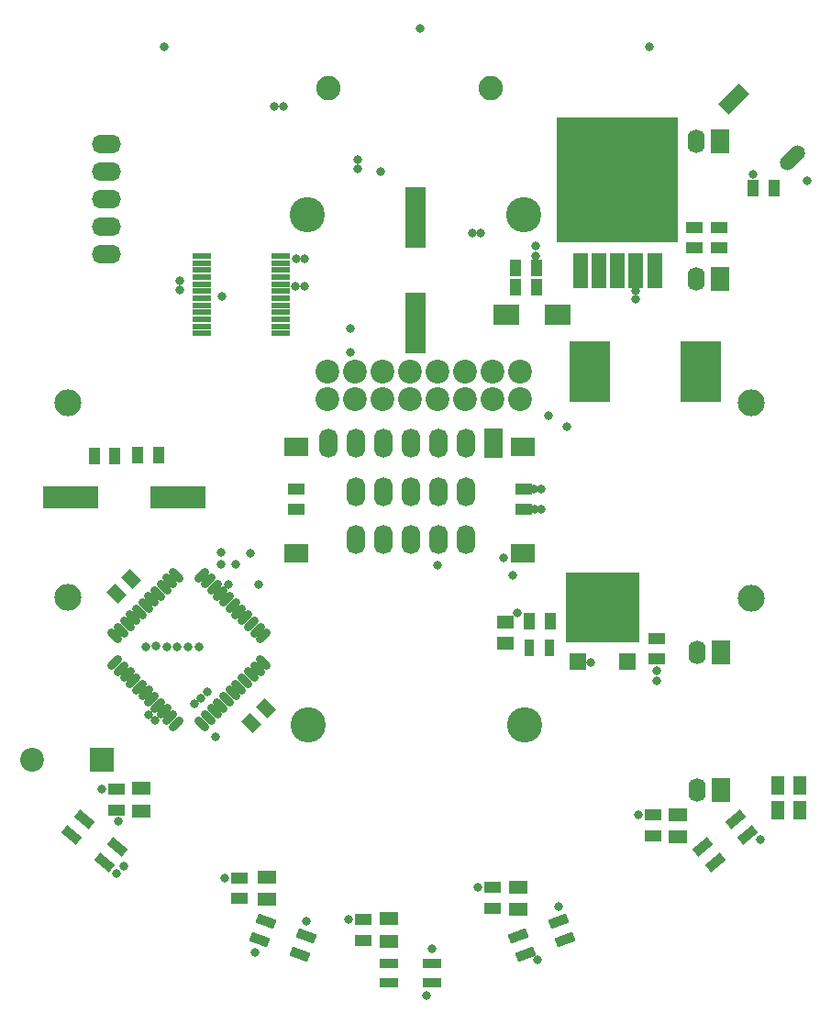
<source format=gbs>
G04*
G04 #@! TF.GenerationSoftware,Altium Limited,Altium Designer,19.0.15 (446)*
G04*
G04 Layer_Color=16711935*
%FSLAX44Y44*%
%MOMM*%
G71*
G01*
G75*
%ADD25R,0.9000X1.5000*%
%ADD32R,1.5800X1.1200*%
%ADD33R,1.1000X1.5000*%
%ADD34C,3.2500*%
%ADD35O,1.6000X2.2000*%
%ADD36R,1.7000X2.2000*%
%ADD37C,2.2500*%
%ADD38R,2.2000X1.8000*%
%ADD39C,2.4860*%
%ADD40O,1.7000X2.7000*%
%ADD41R,1.7000X2.7000*%
%ADD42O,2.7000X1.7000*%
%ADD43R,2.2000X2.2000*%
%ADD44C,2.2000*%
G04:AMPARAMS|DCode=45|XSize=2.7mm|YSize=1.4mm|CornerRadius=0mm|HoleSize=0mm|Usage=FLASHONLY|Rotation=45.000|XOffset=0mm|YOffset=0mm|HoleType=Round|Shape=Round|*
%AMOVALD45*
21,1,1.3000,1.4000,0.0000,0.0000,45.0*
1,1,1.4000,-0.4596,-0.4596*
1,1,1.4000,0.4596,0.4596*
%
%ADD45OVALD45*%

G04:AMPARAMS|DCode=46|XSize=2.7mm|YSize=1.4mm|CornerRadius=0mm|HoleSize=0mm|Usage=FLASHONLY|Rotation=45.000|XOffset=0mm|YOffset=0mm|HoleType=Round|Shape=Rectangle|*
%AMROTATEDRECTD46*
4,1,4,-0.4596,-1.4496,-1.4496,-0.4596,0.4596,1.4496,1.4496,0.4596,-0.4596,-1.4496,0.0*
%
%ADD46ROTATEDRECTD46*%

%ADD47C,0.8000*%
%ADD63R,1.5000X1.5000*%
%ADD64R,6.8326X6.5000*%
%ADD65R,1.8970X5.7038*%
%ADD85R,1.1200X1.5800*%
%ADD86R,1.5000X1.1000*%
%ADD87R,1.5500X1.2000*%
G04:AMPARAMS|DCode=88|XSize=1.1mm|YSize=1.5mm|CornerRadius=0mm|HoleSize=0mm|Usage=FLASHONLY|Rotation=225.000|XOffset=0mm|YOffset=0mm|HoleType=Round|Shape=Rectangle|*
%AMROTATEDRECTD88*
4,1,4,-0.1414,0.9192,0.9192,-0.1414,0.1414,-0.9192,-0.9192,0.1414,-0.1414,0.9192,0.0*
%
%ADD88ROTATEDRECTD88*%

%ADD89R,2.3500X1.9000*%
%ADD90R,3.7000X5.6000*%
%ADD91R,11.2000X11.5000*%
%ADD92R,1.4500X3.2000*%
%ADD93R,5.1500X2.1500*%
G04:AMPARAMS|DCode=94|XSize=0.89mm|YSize=1.77mm|CornerRadius=0mm|HoleSize=0mm|Usage=FLASHONLY|Rotation=110.000|XOffset=0mm|YOffset=0mm|HoleType=Round|Shape=Rectangle|*
%AMROTATEDRECTD94*
4,1,4,0.9838,-0.1155,-0.6794,-0.7209,-0.9838,0.1155,0.6794,0.7209,0.9838,-0.1155,0.0*
%
%ADD94ROTATEDRECTD94*%

G04:AMPARAMS|DCode=95|XSize=0.89mm|YSize=1.77mm|CornerRadius=0mm|HoleSize=0mm|Usage=FLASHONLY|Rotation=130.000|XOffset=0mm|YOffset=0mm|HoleType=Round|Shape=Rectangle|*
%AMROTATEDRECTD95*
4,1,4,0.9640,0.2280,-0.3919,-0.9098,-0.9640,-0.2280,0.3919,0.9098,0.9640,0.2280,0.0*
%
%ADD95ROTATEDRECTD95*%

G04:AMPARAMS|DCode=96|XSize=0.75mm|YSize=1.6mm|CornerRadius=0mm|HoleSize=0mm|Usage=FLASHONLY|Rotation=45.000|XOffset=0mm|YOffset=0mm|HoleType=Round|Shape=Round|*
%AMOVALD96*
21,1,0.8500,0.7500,0.0000,0.0000,135.0*
1,1,0.7500,0.3005,-0.3005*
1,1,0.7500,-0.3005,0.3005*
%
%ADD96OVALD96*%

G04:AMPARAMS|DCode=97|XSize=0.75mm|YSize=1.6mm|CornerRadius=0mm|HoleSize=0mm|Usage=FLASHONLY|Rotation=135.000|XOffset=0mm|YOffset=0mm|HoleType=Round|Shape=Round|*
%AMOVALD97*
21,1,0.8500,0.7500,0.0000,0.0000,225.0*
1,1,0.7500,0.3005,0.3005*
1,1,0.7500,-0.3005,-0.3005*
%
%ADD97OVALD97*%

G04:AMPARAMS|DCode=98|XSize=0.89mm|YSize=1.77mm|CornerRadius=0mm|HoleSize=0mm|Usage=FLASHONLY|Rotation=50.000|XOffset=0mm|YOffset=0mm|HoleType=Round|Shape=Rectangle|*
%AMROTATEDRECTD98*
4,1,4,0.3919,-0.9098,-0.9640,0.2280,-0.3919,0.9098,0.9640,-0.2280,0.3919,-0.9098,0.0*
%
%ADD98ROTATEDRECTD98*%

%ADD99R,1.7500X1.2000*%
G04:AMPARAMS|DCode=100|XSize=0.89mm|YSize=1.77mm|CornerRadius=0mm|HoleSize=0mm|Usage=FLASHONLY|Rotation=70.000|XOffset=0mm|YOffset=0mm|HoleType=Round|Shape=Rectangle|*
%AMROTATEDRECTD100*
4,1,4,0.6794,-0.7209,-0.9838,-0.1155,-0.6794,0.7209,0.9838,0.1155,0.6794,-0.7209,0.0*
%
%ADD100ROTATEDRECTD100*%

%ADD101R,1.7700X0.8900*%
%ADD102R,1.7000X0.6000*%
%ADD103R,1.2000X1.7500*%
D25*
X1981150Y-33274D02*
D03*
X1962150D02*
D03*
D32*
X2114414Y335382D02*
D03*
Y354482D02*
D03*
D33*
X1962404Y-8890D02*
D03*
X1981404D02*
D03*
X2169058Y390398D02*
D03*
X2188058D02*
D03*
X1579830Y143510D02*
D03*
X1560830D02*
D03*
X1600708Y143764D02*
D03*
X1619708D02*
D03*
D34*
X1758534Y-105096D02*
D03*
X1958284D02*
D03*
X1957370Y366328D02*
D03*
X1757620D02*
D03*
D35*
X2116836Y-164592D02*
D03*
Y-37846D02*
D03*
X2115922Y433578D02*
D03*
Y306832D02*
D03*
D36*
X2139534Y-37746D02*
D03*
Y-164646D02*
D03*
X2138620Y306778D02*
D03*
Y433678D02*
D03*
D37*
X1926560Y482553D02*
D03*
X1776560D02*
D03*
D38*
X1956508Y151722D02*
D03*
Y53170D02*
D03*
X1747320Y152062D02*
D03*
Y53510D02*
D03*
D39*
X2167382Y192446D02*
D03*
X2167382Y12446D02*
D03*
X1536446Y192786D02*
D03*
X1536446Y12786D02*
D03*
D40*
X1776672Y155194D02*
D03*
X1802072D02*
D03*
X1827472D02*
D03*
X1852872D02*
D03*
X1878272D02*
D03*
X1903672D02*
D03*
X1802072Y66040D02*
D03*
X1827472D02*
D03*
X1852872D02*
D03*
X1878272D02*
D03*
X1903672D02*
D03*
X1802072Y109982D02*
D03*
X1827472D02*
D03*
X1852872D02*
D03*
X1878272D02*
D03*
X1903672D02*
D03*
D41*
X1929072Y155194D02*
D03*
D42*
X1571752Y329946D02*
D03*
Y355346D02*
D03*
Y380746D02*
D03*
Y406146D02*
D03*
Y431546D02*
D03*
D43*
X1567942Y-136906D02*
D03*
D44*
X1502918D02*
D03*
X1775816Y196088D02*
D03*
X1801216D02*
D03*
X1826616D02*
D03*
X1852016D02*
D03*
X1877416D02*
D03*
X1902816D02*
D03*
X1928216D02*
D03*
X1953616D02*
D03*
X1775816Y221488D02*
D03*
X1801216D02*
D03*
X1826616D02*
D03*
X1852016D02*
D03*
X1877416D02*
D03*
X1902816D02*
D03*
X1928216D02*
D03*
X1953616D02*
D03*
D45*
X2204991Y418829D02*
D03*
D46*
X2151109Y472711D02*
D03*
D47*
X1677924Y43180D02*
D03*
Y54102D02*
D03*
X1691132Y43180D02*
D03*
X1704848Y53848D02*
D03*
X1582500Y-194000D02*
D03*
X2009000Y-47498D02*
D03*
X2168902Y393881D02*
D03*
X1639316Y305000D02*
D03*
X1735000Y466000D02*
D03*
X1803654Y408000D02*
D03*
X1588000Y-235000D02*
D03*
X1917000Y348742D02*
D03*
X2080262Y-64043D02*
D03*
X1726492Y466000D02*
D03*
X2168902Y403000D02*
D03*
X1966808Y113096D02*
D03*
X1973000Y113000D02*
D03*
X1966904Y94096D02*
D03*
X1973000Y94234D02*
D03*
X1754904Y299816D02*
D03*
Y325096D02*
D03*
X2060786Y288000D02*
D03*
Y296000D02*
D03*
X1968500Y328000D02*
D03*
Y337000D02*
D03*
X1747320Y325096D02*
D03*
X1746000Y299720D02*
D03*
X1678178Y291000D02*
D03*
X1617218Y-32258D02*
D03*
X1608328Y-32666D02*
D03*
X1861262Y537972D02*
D03*
X1946910Y33274D02*
D03*
X1877822Y42672D02*
D03*
X2080262Y-55116D02*
D03*
X1647190Y-32766D02*
D03*
X1657350Y-32666D02*
D03*
X1637030Y-32512D02*
D03*
X1803654Y417000D02*
D03*
X1796796Y239268D02*
D03*
X1951482Y-1270D02*
D03*
X1938528Y49022D02*
D03*
X1639316Y296164D02*
D03*
X1989417Y-272620D02*
D03*
X1872426Y-311090D02*
D03*
X1756711Y-286130D02*
D03*
X1681124Y-245824D02*
D03*
X2062632Y-187858D02*
D03*
X1914859Y-254968D02*
D03*
X1795424Y-284432D02*
D03*
X1567332Y-164236D02*
D03*
X1824736Y406146D02*
D03*
X1581290Y-242316D02*
D03*
X2018792Y-47498D02*
D03*
X1909318Y348742D02*
D03*
X2175418Y-210814D02*
D03*
X1969961Y-321489D02*
D03*
X1867455Y-354262D02*
D03*
X1708658Y-314706D02*
D03*
X1996694Y170434D02*
D03*
X1797304Y261366D02*
D03*
X1627632Y-32666D02*
D03*
X1610799Y-95181D02*
D03*
X1653402Y-85482D02*
D03*
X1616456Y-100838D02*
D03*
X1659059Y-79825D02*
D03*
X1672708Y-116144D02*
D03*
X1664716Y-74168D02*
D03*
X1979930Y180848D02*
D03*
X1712722Y24384D02*
D03*
X1684528D02*
D03*
X2073148Y520551D02*
D03*
X1624838Y521155D02*
D03*
X2218690Y397510D02*
D03*
D63*
X2006702Y-46736D02*
D03*
X2052422D02*
D03*
D64*
X2029816Y3302D02*
D03*
D65*
X1857096Y363164D02*
D03*
Y266248D02*
D03*
D85*
X1968754Y299466D02*
D03*
X1949654D02*
D03*
Y316992D02*
D03*
X1968754D02*
D03*
D86*
X2080262Y-44144D02*
D03*
Y-25144D02*
D03*
X2137612Y354278D02*
D03*
Y335278D02*
D03*
X1580998Y-183236D02*
D03*
Y-164236D02*
D03*
X1694790Y-264824D02*
D03*
Y-245824D02*
D03*
X1809090Y-303432D02*
D03*
Y-284432D02*
D03*
X1928525Y-273968D02*
D03*
X1928525Y-254968D02*
D03*
X1956816Y94132D02*
D03*
Y113132D02*
D03*
X2076298Y-206858D02*
D03*
Y-187858D02*
D03*
X1746866Y94132D02*
D03*
Y113132D02*
D03*
D87*
X1939900Y-29812D02*
D03*
Y-9812D02*
D03*
D88*
X1594725Y29832D02*
D03*
X1581290Y16396D02*
D03*
X1719440Y-89549D02*
D03*
X1706004Y-102984D02*
D03*
D89*
X1988796Y273812D02*
D03*
X1941296D02*
D03*
D90*
X2120838Y221488D02*
D03*
X2017838D02*
D03*
D91*
X2043786Y398526D02*
D03*
D92*
X2009786Y314526D02*
D03*
X2026786D02*
D03*
X2043786D02*
D03*
X2060786D02*
D03*
X2077786D02*
D03*
D93*
X1539118Y105156D02*
D03*
X1638118D02*
D03*
D94*
X1989417Y-286286D02*
D03*
X1995573Y-303200D02*
D03*
X1952299Y-299796D02*
D03*
X1958455Y-316710D02*
D03*
D95*
X2152342Y-192247D02*
D03*
X2163912Y-206035D02*
D03*
X2122083Y-217637D02*
D03*
X2133654Y-231425D02*
D03*
D96*
X1671541Y-92328D02*
D03*
X1716795Y-47073D02*
D03*
X1711138Y-52730D02*
D03*
X1705482Y-58387D02*
D03*
X1699825Y-64043D02*
D03*
X1694168Y-69700D02*
D03*
X1688511Y-75357D02*
D03*
X1682854Y-81014D02*
D03*
X1677197Y-86671D02*
D03*
X1665884Y-97985D02*
D03*
X1660227Y-103641D02*
D03*
X1579617Y-23031D02*
D03*
X1585273Y-17374D02*
D03*
X1590930Y-11717D02*
D03*
X1596587Y-6061D02*
D03*
X1602244Y-404D02*
D03*
X1607901Y5253D02*
D03*
X1613558Y10910D02*
D03*
X1619215Y16567D02*
D03*
X1624872Y22224D02*
D03*
X1630528Y27880D02*
D03*
X1636185Y33537D02*
D03*
D97*
Y-103641D02*
D03*
X1630528Y-97985D02*
D03*
X1624872Y-92328D02*
D03*
X1619215Y-86671D02*
D03*
X1613558Y-81014D02*
D03*
X1607901Y-75357D02*
D03*
X1602244Y-69700D02*
D03*
X1596587Y-64043D02*
D03*
X1590930Y-58387D02*
D03*
X1585273Y-52730D02*
D03*
X1579617Y-47073D02*
D03*
X1660227Y33537D02*
D03*
X1665884Y27880D02*
D03*
X1671541Y22224D02*
D03*
X1677197Y16567D02*
D03*
X1682854Y10910D02*
D03*
X1688511Y5253D02*
D03*
X1694168Y-404D02*
D03*
X1699825Y-6061D02*
D03*
X1705482Y-11717D02*
D03*
X1711138Y-17374D02*
D03*
X1716795Y-23031D02*
D03*
D98*
X1581745Y-217637D02*
D03*
X1570174Y-231425D02*
D03*
X1551486Y-192247D02*
D03*
X1539916Y-206035D02*
D03*
D99*
X1604366Y-183986D02*
D03*
Y-163486D02*
D03*
X1719682Y-265574D02*
D03*
Y-245074D02*
D03*
X1832966Y-304182D02*
D03*
Y-283682D02*
D03*
X1952401Y-274718D02*
D03*
X1952401Y-254218D02*
D03*
X2099666Y-207862D02*
D03*
Y-187362D02*
D03*
D100*
X1756711Y-299796D02*
D03*
X1750555Y-316710D02*
D03*
X1719593Y-286286D02*
D03*
X1713437Y-303200D02*
D03*
D101*
X1872426Y-324756D02*
D03*
Y-342756D02*
D03*
X1832926Y-324756D02*
D03*
Y-342756D02*
D03*
D102*
X1732818Y327850D02*
D03*
Y321350D02*
D03*
Y314850D02*
D03*
Y308350D02*
D03*
Y301850D02*
D03*
Y295350D02*
D03*
Y288850D02*
D03*
Y282350D02*
D03*
Y275850D02*
D03*
Y269350D02*
D03*
Y262850D02*
D03*
Y256350D02*
D03*
X1660318Y269350D02*
D03*
Y275850D02*
D03*
Y282350D02*
D03*
Y288850D02*
D03*
Y295350D02*
D03*
Y301850D02*
D03*
Y308350D02*
D03*
Y314850D02*
D03*
Y321350D02*
D03*
Y327850D02*
D03*
Y262850D02*
D03*
Y256350D02*
D03*
D103*
X2191438Y-160528D02*
D03*
X2211938D02*
D03*
X2191691Y-183388D02*
D03*
X2212191D02*
D03*
M02*

</source>
